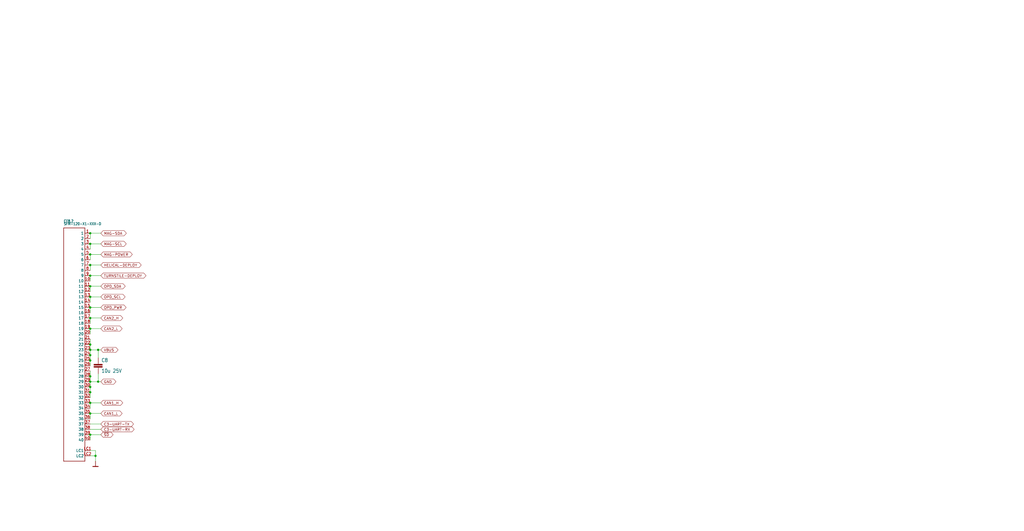
<source format=kicad_sch>
(kicad_sch (version 20211123) (generator eeschema)
  (paper "User" 490.22 254.406)
  (lib_symbols
    (symbol "oresat-backplane-2u-eagle-import:GND" (power)
      (symbol "GND_1_0"
        (polyline (pts (xy -1.27 -2.54) (xy 1.27 -2.54)) (stroke (width 0.4064)))
        (pin power_in line (at 0 0 270) (length 2.54) (name "GND") (number "1"))
      )
    )
    (symbol "oresat-backplane-2u-eagle-import:SFM-120-X1-XXX-D"
      (property "Reference" "J" (at -2.54 50.8 0))
      (property "Value" "SFM-120-X1-XXX-D" (at -2.54 49.53 0))
      (symbol "SFM-120-X1-XXX-D_1_0"
        (polyline (pts (xy -2.54 -63.5) (xy -2.54 48.26)) (stroke (width 0.254)))
        (polyline (pts (xy -2.54 48.26) (xy 7.62 48.26)) (stroke (width 0.254)))
        (polyline (pts (xy 7.62 -63.5) (xy -2.54 -63.5)) (stroke (width 0.254)))
        (polyline (pts (xy 7.62 48.26) (xy 7.62 -63.5)) (stroke (width 0.254)))
        (pin passive line (at 10.16 45.72 180) (length 2.54) (name "1") (number "1"))
        (pin passive line (at 10.16 22.86 180) (length 2.54) (name "10") (number "10"))
        (pin passive line (at 10.16 20.32 180) (length 2.54) (name "11") (number "11"))
        (pin passive line (at 10.16 17.78 180) (length 2.54) (name "12") (number "12"))
        (pin passive line (at 10.16 15.24 180) (length 2.54) (name "13") (number "13"))
        (pin passive line (at 10.16 12.7 180) (length 2.54) (name "14") (number "14"))
        (pin passive line (at 10.16 10.16 180) (length 2.54) (name "15") (number "15"))
        (pin passive line (at 10.16 7.62 180) (length 2.54) (name "16") (number "16"))
        (pin passive line (at 10.16 5.08 180) (length 2.54) (name "17") (number "17"))
        (pin passive line (at 10.16 2.54 180) (length 2.54) (name "18") (number "18"))
        (pin passive line (at 10.16 0 180) (length 2.54) (name "19") (number "19"))
        (pin passive line (at 10.16 43.18 180) (length 2.54) (name "2") (number "2"))
        (pin passive line (at 10.16 -2.54 180) (length 2.54) (name "20") (number "20"))
        (pin passive line (at 10.16 -5.08 180) (length 2.54) (name "21") (number "21"))
        (pin passive line (at 10.16 -7.62 180) (length 2.54) (name "22") (number "22"))
        (pin passive line (at 10.16 -10.16 180) (length 2.54) (name "23") (number "23"))
        (pin passive line (at 10.16 -12.7 180) (length 2.54) (name "24") (number "24"))
        (pin passive line (at 10.16 -15.24 180) (length 2.54) (name "25") (number "25"))
        (pin passive line (at 10.16 -17.78 180) (length 2.54) (name "26") (number "26"))
        (pin passive line (at 10.16 -20.32 180) (length 2.54) (name "27") (number "27"))
        (pin passive line (at 10.16 -22.86 180) (length 2.54) (name "28") (number "28"))
        (pin passive line (at 10.16 -25.4 180) (length 2.54) (name "29") (number "29"))
        (pin passive line (at 10.16 40.64 180) (length 2.54) (name "3") (number "3"))
        (pin passive line (at 10.16 -27.94 180) (length 2.54) (name "30") (number "30"))
        (pin passive line (at 10.16 -30.48 180) (length 2.54) (name "31") (number "31"))
        (pin passive line (at 10.16 -33.02 180) (length 2.54) (name "32") (number "32"))
        (pin passive line (at 10.16 -35.56 180) (length 2.54) (name "33") (number "33"))
        (pin passive line (at 10.16 -38.1 180) (length 2.54) (name "34") (number "34"))
        (pin passive line (at 10.16 -40.64 180) (length 2.54) (name "35") (number "35"))
        (pin passive line (at 10.16 -43.18 180) (length 2.54) (name "36") (number "36"))
        (pin passive line (at 10.16 -45.72 180) (length 2.54) (name "37") (number "37"))
        (pin passive line (at 10.16 -48.26 180) (length 2.54) (name "38") (number "38"))
        (pin passive line (at 10.16 -50.8 180) (length 2.54) (name "39") (number "39"))
        (pin passive line (at 10.16 38.1 180) (length 2.54) (name "4") (number "4"))
        (pin passive line (at 10.16 -53.34 180) (length 2.54) (name "40") (number "40"))
        (pin passive line (at 10.16 35.56 180) (length 2.54) (name "5") (number "5"))
        (pin passive line (at 10.16 33.02 180) (length 2.54) (name "6") (number "6"))
        (pin passive line (at 10.16 30.48 180) (length 2.54) (name "7") (number "7"))
        (pin passive line (at 10.16 27.94 180) (length 2.54) (name "8") (number "8"))
        (pin passive line (at 10.16 25.4 180) (length 2.54) (name "9") (number "9"))
        (pin passive line (at 10.16 -58.42 180) (length 2.54) (name "LC1") (number "LC1"))
        (pin passive line (at 10.16 -60.96 180) (length 2.54) (name "LC2") (number "LC2"))
      )
    )
    (symbol "oresat0-1u-backplane-eagle-import:C-EU1206-B"
      (property "Reference" "C" (at 1.524 0.381 0))
      (property "Value" "C-EU1206-B" (at 1.524 -4.699 0))
      (symbol "C-EU1206-B_1_0"
        (rectangle (start -2.032 -2.032) (end 2.032 -1.524) (fill (type outline)))
        (rectangle (start -2.032 -1.016) (end 2.032 -0.508) (fill (type outline)))
        (polyline (pts (xy 0 -2.54) (xy 0 -2.032)) (stroke (width 0.1524)))
        (polyline (pts (xy 0 0) (xy 0 -0.508)) (stroke (width 0.1524)))
        (pin passive line (at 0 2.54 270) (length 2.54) (name "1") (number "1"))
        (pin passive line (at 0 -5.08 90) (length 2.54) (name "2") (number "2"))
      )
    )
  )
  (junction (at 43.18 152.4))
  (junction (at 43.18 147.32))
  (junction (at 43.18 132.08))
  (junction (at 46.99 167.64))
  (junction (at 43.18 198.12))
  (junction (at 43.18 121.92))
  (junction (at 43.18 111.76))
  (junction (at 43.18 180.34))
  (junction (at 43.18 167.64))
  (junction (at 43.18 208.28))
  (junction (at 43.18 116.84))
  (junction (at 43.18 187.96))
  (junction (at 43.18 172.72))
  (junction (at 43.18 127))
  (junction (at 43.18 185.42))
  (junction (at 43.18 137.16))
  (junction (at 43.18 165.1))
  (junction (at 43.18 193.04))
  (junction (at 46.99 182.88))
  (junction (at 45.72 218.44))
  (junction (at 43.18 157.48))
  (junction (at 43.18 142.24))
  (junction (at 43.18 170.18))
  (junction (at 43.18 182.88))
  (wire (pts (xy 48.26 198.12) (xy 43.18 198.12)))
  (wire (pts (xy 43.18 147.32) (xy 43.18 149.86)))
  (wire (pts (xy 43.18 205.74) (xy 48.26 205.74)))
  (wire (pts (xy 43.18 127) (xy 48.26 127)))
  (wire (pts (xy 48.26 147.32) (xy 43.18 147.32)))
  (wire (pts (xy 43.18 185.42) (xy 43.18 187.96)))
  (wire (pts (xy 43.18 152.4) (xy 43.18 154.94)))
  (wire (pts (xy 43.18 132.08) (xy 43.18 134.62)))
  (wire (pts (xy 43.18 137.16) (xy 43.18 139.7)))
  (wire (pts (xy 46.99 167.64) (xy 43.18 167.64)))
  (wire (pts (xy 43.18 215.9) (xy 45.72 215.9)))
  (wire (pts (xy 45.72 215.9) (xy 45.72 218.44)))
  (wire (pts (xy 43.18 127) (xy 43.18 129.54)))
  (wire (pts (xy 43.18 180.34) (xy 43.18 182.88)))
  (wire (pts (xy 48.26 208.28) (xy 43.18 208.28)))
  (wire (pts (xy 48.26 132.08) (xy 43.18 132.08)))
  (wire (pts (xy 43.18 152.4) (xy 48.26 152.4)))
  (wire (pts (xy 46.99 179.07) (xy 46.99 182.88)))
  (wire (pts (xy 48.26 167.64) (xy 46.99 167.64)))
  (wire (pts (xy 43.18 170.18) (xy 43.18 172.72)))
  (wire (pts (xy 48.26 142.24) (xy 43.18 142.24)))
  (wire (pts (xy 48.26 137.16) (xy 43.18 137.16)))
  (wire (pts (xy 43.18 162.56) (xy 43.18 165.1)))
  (wire (pts (xy 43.18 121.92) (xy 48.26 121.92)))
  (wire (pts (xy 43.18 157.48) (xy 43.18 160.02)))
  (wire (pts (xy 46.99 167.64) (xy 46.99 171.45)))
  (wire (pts (xy 43.18 198.12) (xy 43.18 200.66)))
  (wire (pts (xy 43.18 116.84) (xy 48.26 116.84)))
  (wire (pts (xy 48.26 182.88) (xy 46.99 182.88)))
  (wire (pts (xy 43.18 172.72) (xy 43.18 175.26)))
  (wire (pts (xy 43.18 218.44) (xy 45.72 218.44)))
  (wire (pts (xy 43.18 167.64) (xy 43.18 170.18)))
  (wire (pts (xy 46.99 182.88) (xy 43.18 182.88)))
  (wire (pts (xy 45.72 218.44) (xy 45.72 220.98)))
  (wire (pts (xy 43.18 142.24) (xy 43.18 144.78)))
  (wire (pts (xy 43.18 193.04) (xy 43.18 195.58)))
  (wire (pts (xy 43.18 182.88) (xy 43.18 185.42)))
  (wire (pts (xy 43.18 208.28) (xy 43.18 210.82)))
  (wire (pts (xy 43.18 121.92) (xy 43.18 124.46)))
  (wire (pts (xy 48.26 203.2) (xy 43.18 203.2)))
  (wire (pts (xy 48.26 193.04) (xy 43.18 193.04)))
  (wire (pts (xy 43.18 165.1) (xy 43.18 167.64)))
  (wire (pts (xy 43.18 116.84) (xy 43.18 119.38)))
  (wire (pts (xy 43.18 177.8) (xy 43.18 180.34)))
  (wire (pts (xy 43.18 187.96) (xy 43.18 190.5)))
  (wire (pts (xy 48.26 157.48) (xy 43.18 157.48)))
  (wire (pts (xy 43.18 111.76) (xy 48.26 111.76)))
  (wire (pts (xy 43.18 111.76) (xy 43.18 114.3)))
  (global_label "OPD_PWR" (shape bidirectional) (at 48.26 147.32 0) (effects (font (size 1.2446 1.2446))) (property "Intersheet References" "${INTERSHEET_REFS}" (effects hide)))
  (global_label "OPD_SDA" (shape bidirectional) (at 48.26 137.16 0) (effects (font (size 1.2446 1.2446))) (property "Intersheet References" "${INTERSHEET_REFS}" (effects hide)))
  (global_label "HELICAL-DEPLOY" (shape bidirectional) (at 48.26 127 0) (effects (font (size 1.2446 1.2446))) (property "Intersheet References" "${INTERSHEET_REFS}" (effects hide)))
  (global_label "GND" (shape bidirectional) (at 48.26 182.88 0) (effects (font (size 1.2446 1.2446))) (property "Intersheet References" "${INTERSHEET_REFS}" (effects hide)))
  (global_label "MAG-SCL" (shape bidirectional) (at 48.26 116.84 0) (effects (font (size 1.2446 1.2446))) (property "Intersheet References" "${INTERSHEET_REFS}" (effects hide)))
  (global_label "VBUS" (shape bidirectional) (at 48.26 167.64 0) (effects (font (size 1.2446 1.2446))) (property "Intersheet References" "${INTERSHEET_REFS}" (effects hide)))
  (global_label "CAN1_H" (shape bidirectional) (at 48.26 193.04 0) (effects (font (size 1.2446 1.2446))) (property "Intersheet References" "${INTERSHEET_REFS}" (effects hide)))
  (global_label "CAN2_L" (shape bidirectional) (at 48.26 157.48 0) (effects (font (size 1.2446 1.2446))) (property "Intersheet References" "${INTERSHEET_REFS}" (effects hide)))
  (global_label "MAG-POWER" (shape bidirectional) (at 48.26 121.92 0) (effects (font (size 1.2446 1.2446))) (property "Intersheet References" "${INTERSHEET_REFS}" (effects hide)))
  (global_label "MAG-SDA" (shape bidirectional) (at 48.26 111.76 0) (effects (font (size 1.2446 1.2446))) (property "Intersheet References" "${INTERSHEET_REFS}" (effects hide)))
  (global_label "TURNSTILE-DEPLOY" (shape bidirectional) (at 48.26 132.08 0) (effects (font (size 1.2446 1.2446))) (property "Intersheet References" "${INTERSHEET_REFS}" (effects hide)))
  (global_label "C3-UART-RX" (shape bidirectional) (at 48.26 205.74 0) (effects (font (size 1.2446 1.2446))) (property "Intersheet References" "${INTERSHEET_REFS}" (effects hide)))
  (global_label "CAN2_H" (shape bidirectional) (at 48.26 152.4 0) (effects (font (size 1.2446 1.2446))) (property "Intersheet References" "${INTERSHEET_REFS}" (effects hide)))
  (global_label "CAN1_L" (shape bidirectional) (at 48.26 198.12 0) (effects (font (size 1.2446 1.2446))) (property "Intersheet References" "${INTERSHEET_REFS}" (effects hide)))
  (global_label "~{SD}" (shape bidirectional) (at 48.26 208.28 0) (effects (font (size 1.2446 1.2446))) (property "Intersheet References" "${INTERSHEET_REFS}" (effects hide)))
  (global_label "C3-UART-TX" (shape bidirectional) (at 48.26 203.2 0) (effects (font (size 1.2446 1.2446))) (property "Intersheet References" "${INTERSHEET_REFS}" (effects hide)))
  (global_label "OPD_SCL" (shape bidirectional) (at 48.26 142.24 0) (effects (font (size 1.2446 1.2446))) (property "Intersheet References" "${INTERSHEET_REFS}" (effects hide)))
  (symbol (lib_id "oresat0-1u-backplane-eagle-import:C-EU1206-B") (at 46.99 173.99 0) (unit 1)
    (property "Reference" "C8" (at 48.514 173.609 0) (effects (font (size 1.778 1.5113)) (justify left bottom)))
    (property "Value" "10u 25V" (at 48.514 178.689 0) (effects (font (size 1.778 1.5113)) (justify left bottom)))
    (property "Footprint" "Capacitor_SMD:C_1206_3216Metric" (effects hide))
  )
  (symbol (lib_id "oresat-backplane-2u-eagle-import:SFM-120-X1-XXX-D") (at 33.02 157.48 0) (unit 1)
    (property "Reference" "CF8.2" (at 30.48 106.68 0) (effects (font (size 1.27 1.0795)) (justify left bottom)))
    (property "Value" "SFM-120-X1-XXX-D" (at 30.48 107.95 0) (effects (font (size 1.27 1.0795)) (justify left bottom)))
    (property "Footprint" "oresat-connectors:J-SAMTEC-SFM-120-X1-XXX-D" (effects hide))
  )
  (symbol (lib_id "oresat-backplane-2u-eagle-import:GND") (at 45.72 220.98 0) (unit 1)
    (property "Reference" "#GND0110" (effects hide))
    (property "Value" "GND" (effects hide))
    (property "Footprint" "oresat-backplane-2u:" (effects hide))
  )
)
</source>
